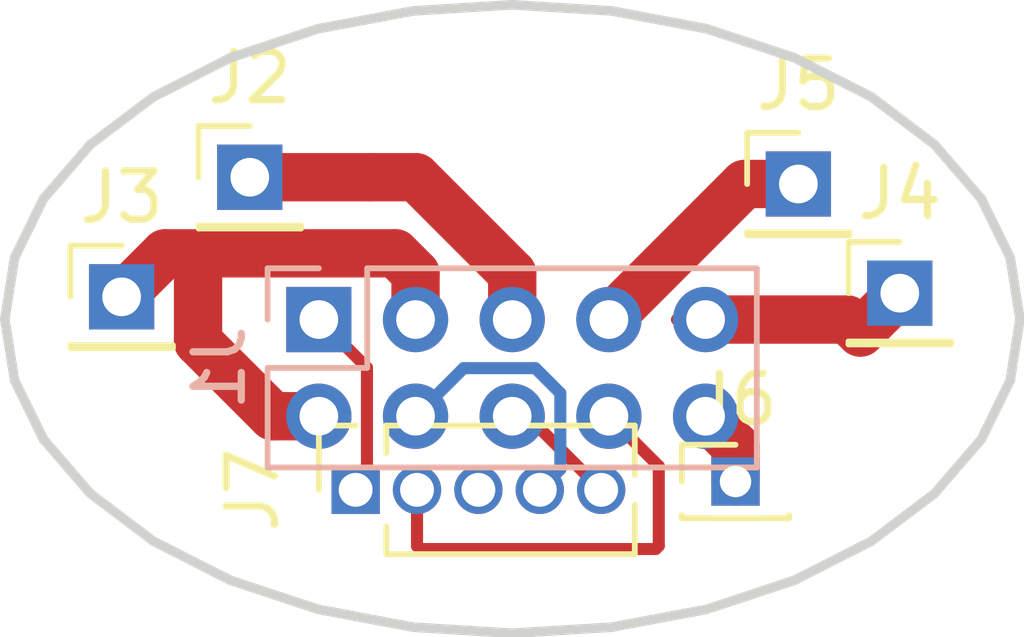
<source format=kicad_pcb>
(kicad_pcb (version 20171130) (host pcbnew 5.1.7-a382d34a88~90~ubuntu20.04.1)

  (general
    (thickness 1.6)
    (drawings 128)
    (tracks 38)
    (zones 0)
    (modules 7)
    (nets 11)
  )

  (page A4)
  (layers
    (0 F.Cu signal)
    (31 B.Cu signal)
    (32 B.Adhes user hide)
    (33 F.Adhes user hide)
    (34 B.Paste user hide)
    (35 F.Paste user hide)
    (36 B.SilkS user hide)
    (37 F.SilkS user hide)
    (38 B.Mask user hide)
    (39 F.Mask user hide)
    (40 Dwgs.User user hide)
    (41 Cmts.User user hide)
    (42 Eco1.User user hide)
    (43 Eco2.User user hide)
    (44 Edge.Cuts user)
    (45 Margin user hide)
    (46 B.CrtYd user hide)
    (47 F.CrtYd user hide)
    (48 B.Fab user hide)
    (49 F.Fab user hide)
  )

  (setup
    (last_trace_width 0.25)
    (user_trace_width 0.4)
    (user_trace_width 0.8)
    (user_trace_width 1)
    (user_trace_width 2)
    (trace_clearance 0.195)
    (zone_clearance 0.508)
    (zone_45_only no)
    (trace_min 0.2)
    (via_size 0.8)
    (via_drill 0.4)
    (via_min_size 0.4)
    (via_min_drill 0.3)
    (user_via 1 0.5)
    (user_via 1.2 0.6)
    (user_via 1.5 0.75)
    (uvia_size 0.3)
    (uvia_drill 0.1)
    (uvias_allowed no)
    (uvia_min_size 0.2)
    (uvia_min_drill 0.1)
    (edge_width 0.05)
    (segment_width 0.2)
    (pcb_text_width 0.3)
    (pcb_text_size 1.5 1.5)
    (mod_edge_width 0.12)
    (mod_text_size 1 1)
    (mod_text_width 0.15)
    (pad_size 1.524 1.524)
    (pad_drill 0.762)
    (pad_to_mask_clearance 0.05)
    (aux_axis_origin 0 0)
    (visible_elements FFFFFF7F)
    (pcbplotparams
      (layerselection 0x010fc_ffffffff)
      (usegerberextensions false)
      (usegerberattributes true)
      (usegerberadvancedattributes true)
      (creategerberjobfile true)
      (excludeedgelayer true)
      (linewidth 0.100000)
      (plotframeref false)
      (viasonmask false)
      (mode 1)
      (useauxorigin false)
      (hpglpennumber 1)
      (hpglpenspeed 20)
      (hpglpendiameter 15.000000)
      (psnegative false)
      (psa4output false)
      (plotreference true)
      (plotvalue true)
      (plotinvisibletext false)
      (padsonsilk false)
      (subtractmaskfromsilk false)
      (outputformat 1)
      (mirror false)
      (drillshape 1)
      (scaleselection 1)
      (outputdirectory ""))
  )

  (net 0 "")
  (net 1 GND)
  (net 2 /SDA)
  (net 3 /SCL)
  (net 4 +3V3)
  (net 5 "Net-(J1-Pad7)")
  (net 6 "Net-(J1-Pad5)")
  (net 7 /+12V)
  (net 8 "Net-(J1-Pad2)")
  (net 9 "Net-(J7-Pad3)")
  (net 10 "Net-(J1-Pad9)")

  (net_class Default "This is the default net class."
    (clearance 0.195)
    (trace_width 0.25)
    (via_dia 0.8)
    (via_drill 0.4)
    (uvia_dia 0.3)
    (uvia_drill 0.1)
    (add_net +3V3)
    (add_net /+12V)
    (add_net /SCL)
    (add_net /SDA)
    (add_net GND)
    (add_net "Net-(J1-Pad2)")
    (add_net "Net-(J1-Pad5)")
    (add_net "Net-(J1-Pad7)")
    (add_net "Net-(J1-Pad9)")
    (add_net "Net-(J7-Pad3)")
  )

  (module Connector_PinSocket_1.27mm:PinSocket_1x05_P1.27mm_Vertical (layer F.Cu) (tedit 5A19A421) (tstamp 61F9F1C7)
    (at 152.14854 110.6297 90)
    (descr "Through hole straight socket strip, 1x05, 1.27mm pitch, single row (from Kicad 4.0.7), script generated")
    (tags "Through hole socket strip THT 1x05 1.27mm single row")
    (path /61FA7A80)
    (fp_text reference J7 (at 0 -2.135 90) (layer F.SilkS)
      (effects (font (size 1 1) (thickness 0.15)))
    )
    (fp_text value Conn_01x05 (at 0 7.215 90) (layer F.Fab)
      (effects (font (size 1 1) (thickness 0.15)))
    )
    (fp_line (start -1.27 -0.635) (end 0.635 -0.635) (layer F.Fab) (width 0.1))
    (fp_line (start 0.635 -0.635) (end 1.27 0) (layer F.Fab) (width 0.1))
    (fp_line (start 1.27 0) (end 1.27 5.715) (layer F.Fab) (width 0.1))
    (fp_line (start 1.27 5.715) (end -1.27 5.715) (layer F.Fab) (width 0.1))
    (fp_line (start -1.27 5.715) (end -1.27 -0.635) (layer F.Fab) (width 0.1))
    (fp_line (start -1.33 0.635) (end -0.76 0.635) (layer F.SilkS) (width 0.12))
    (fp_line (start 0.76 0.635) (end 1.33 0.635) (layer F.SilkS) (width 0.12))
    (fp_line (start -1.33 0.635) (end -1.33 5.775) (layer F.SilkS) (width 0.12))
    (fp_line (start -1.33 5.775) (end -0.30753 5.775) (layer F.SilkS) (width 0.12))
    (fp_line (start 0.30753 5.775) (end 1.33 5.775) (layer F.SilkS) (width 0.12))
    (fp_line (start 1.33 0.635) (end 1.33 5.775) (layer F.SilkS) (width 0.12))
    (fp_line (start 1.33 -0.76) (end 1.33 0) (layer F.SilkS) (width 0.12))
    (fp_line (start 0 -0.76) (end 1.33 -0.76) (layer F.SilkS) (width 0.12))
    (fp_line (start -1.8 -1.15) (end 1.75 -1.15) (layer F.CrtYd) (width 0.05))
    (fp_line (start 1.75 -1.15) (end 1.75 6.2) (layer F.CrtYd) (width 0.05))
    (fp_line (start 1.75 6.2) (end -1.8 6.2) (layer F.CrtYd) (width 0.05))
    (fp_line (start -1.8 6.2) (end -1.8 -1.15) (layer F.CrtYd) (width 0.05))
    (fp_text user %R (at 0 2.54) (layer F.Fab)
      (effects (font (size 1 1) (thickness 0.15)))
    )
    (pad 5 thru_hole oval (at 0 5.08 90) (size 1 1) (drill 0.7) (layers *.Cu *.Mask)
      (net 3 /SCL))
    (pad 4 thru_hole oval (at 0 3.81 90) (size 1 1) (drill 0.7) (layers *.Cu *.Mask)
      (net 2 /SDA))
    (pad 3 thru_hole oval (at 0 2.54 90) (size 1 1) (drill 0.7) (layers *.Cu *.Mask)
      (net 9 "Net-(J7-Pad3)"))
    (pad 2 thru_hole oval (at 0 1.27 90) (size 1 1) (drill 0.7) (layers *.Cu *.Mask)
      (net 4 +3V3))
    (pad 1 thru_hole rect (at 0 0 90) (size 1 1) (drill 0.7) (layers *.Cu *.Mask)
      (net 1 GND))
    (model ${KISYS3DMOD}/Connector_PinSocket_1.27mm.3dshapes/PinSocket_1x05_P1.27mm_Vertical.wrl
      (at (xyz 0 0 0))
      (scale (xyz 1 1 1))
      (rotate (xyz 0 0 0))
    )
  )

  (module Connector_PinHeader_1.27mm:PinHeader_1x01_P1.27mm_Vertical (layer F.Cu) (tedit 59FED6E3) (tstamp 60675D7F)
    (at 160.0073 110.45698)
    (descr "Through hole straight pin header, 1x01, 1.27mm pitch, single row")
    (tags "Through hole pin header THT 1x01 1.27mm single row")
    (path /60677AD6)
    (fp_text reference J6 (at 0 -1.695) (layer F.SilkS)
      (effects (font (size 1 1) (thickness 0.15)))
    )
    (fp_text value Conn_01x01 (at 0 1.695) (layer F.Fab)
      (effects (font (size 1 1) (thickness 0.15)))
    )
    (fp_line (start -0.525 -0.635) (end 1.05 -0.635) (layer F.Fab) (width 0.1))
    (fp_line (start 1.05 -0.635) (end 1.05 0.635) (layer F.Fab) (width 0.1))
    (fp_line (start 1.05 0.635) (end -1.05 0.635) (layer F.Fab) (width 0.1))
    (fp_line (start -1.05 0.635) (end -1.05 -0.11) (layer F.Fab) (width 0.1))
    (fp_line (start -1.05 -0.11) (end -0.525 -0.635) (layer F.Fab) (width 0.1))
    (fp_line (start -1.11 0.76) (end 1.11 0.76) (layer F.SilkS) (width 0.12))
    (fp_line (start -1.11 0.76) (end -1.11 0.695) (layer F.SilkS) (width 0.12))
    (fp_line (start 1.11 0.76) (end 1.11 0.695) (layer F.SilkS) (width 0.12))
    (fp_line (start -1.11 0.76) (end -0.563471 0.76) (layer F.SilkS) (width 0.12))
    (fp_line (start 0.563471 0.76) (end 1.11 0.76) (layer F.SilkS) (width 0.12))
    (fp_line (start -1.11 0) (end -1.11 -0.76) (layer F.SilkS) (width 0.12))
    (fp_line (start -1.11 -0.76) (end 0 -0.76) (layer F.SilkS) (width 0.12))
    (fp_line (start -1.55 -1.15) (end -1.55 1.15) (layer F.CrtYd) (width 0.05))
    (fp_line (start -1.55 1.15) (end 1.55 1.15) (layer F.CrtYd) (width 0.05))
    (fp_line (start 1.55 1.15) (end 1.55 -1.15) (layer F.CrtYd) (width 0.05))
    (fp_line (start 1.55 -1.15) (end -1.55 -1.15) (layer F.CrtYd) (width 0.05))
    (fp_text user %R (at 0 0 90) (layer F.Fab)
      (effects (font (size 1 1) (thickness 0.15)))
    )
    (pad 1 thru_hole rect (at 0 0) (size 1 1) (drill 0.65) (layers *.Cu *.Mask)
      (net 7 /+12V))
    (model ${KISYS3DMOD}/Connector_PinHeader_1.27mm.3dshapes/PinHeader_1x01_P1.27mm_Vertical.wrl
      (at (xyz 0 0 0))
      (scale (xyz 1 1 1))
      (rotate (xyz 0 0 0))
    )
  )

  (module Connector_PinHeader_2.00mm:PinHeader_2x05_P2.00mm_Vertical (layer B.Cu) (tedit 59FED667) (tstamp 6066E883)
    (at 151.38806 107.10672 270)
    (descr "Through hole straight pin header, 2x05, 2.00mm pitch, double rows")
    (tags "Through hole pin header THT 2x05 2.00mm double row")
    (path /60669BB9)
    (fp_text reference J1 (at 1 2.06 270) (layer B.SilkS)
      (effects (font (size 1 1) (thickness 0.15)) (justify mirror))
    )
    (fp_text value Conn_02x05_Counter_Clockwise (at 1 -10.06 270) (layer B.Fab)
      (effects (font (size 1 1) (thickness 0.15)) (justify mirror))
    )
    (fp_line (start 0 1) (end 3 1) (layer B.Fab) (width 0.1))
    (fp_line (start 3 1) (end 3 -9) (layer B.Fab) (width 0.1))
    (fp_line (start 3 -9) (end -1 -9) (layer B.Fab) (width 0.1))
    (fp_line (start -1 -9) (end -1 0) (layer B.Fab) (width 0.1))
    (fp_line (start -1 0) (end 0 1) (layer B.Fab) (width 0.1))
    (fp_line (start -1.06 -9.06) (end 3.06 -9.06) (layer B.SilkS) (width 0.12))
    (fp_line (start -1.06 -1) (end -1.06 -9.06) (layer B.SilkS) (width 0.12))
    (fp_line (start 3.06 1.06) (end 3.06 -9.06) (layer B.SilkS) (width 0.12))
    (fp_line (start -1.06 -1) (end 1 -1) (layer B.SilkS) (width 0.12))
    (fp_line (start 1 -1) (end 1 1.06) (layer B.SilkS) (width 0.12))
    (fp_line (start 1 1.06) (end 3.06 1.06) (layer B.SilkS) (width 0.12))
    (fp_line (start -1.06 0) (end -1.06 1.06) (layer B.SilkS) (width 0.12))
    (fp_line (start -1.06 1.06) (end 0 1.06) (layer B.SilkS) (width 0.12))
    (fp_line (start -1.5 1.5) (end -1.5 -9.5) (layer B.CrtYd) (width 0.05))
    (fp_line (start -1.5 -9.5) (end 3.5 -9.5) (layer B.CrtYd) (width 0.05))
    (fp_line (start 3.5 -9.5) (end 3.5 1.5) (layer B.CrtYd) (width 0.05))
    (fp_line (start 3.5 1.5) (end -1.5 1.5) (layer B.CrtYd) (width 0.05))
    (fp_text user %R (at 1 -4) (layer B.Fab)
      (effects (font (size 1 1) (thickness 0.15)) (justify mirror))
    )
    (pad 10 thru_hole oval (at 2 -8 270) (size 1.35 1.35) (drill 0.8) (layers *.Cu *.Mask)
      (net 7 /+12V))
    (pad 9 thru_hole oval (at 0 -8 270) (size 1.35 1.35) (drill 0.8) (layers *.Cu *.Mask)
      (net 10 "Net-(J1-Pad9)"))
    (pad 8 thru_hole oval (at 2 -6 270) (size 1.35 1.35) (drill 0.8) (layers *.Cu *.Mask)
      (net 4 +3V3))
    (pad 7 thru_hole oval (at 0 -6 270) (size 1.35 1.35) (drill 0.8) (layers *.Cu *.Mask)
      (net 5 "Net-(J1-Pad7)"))
    (pad 6 thru_hole oval (at 2 -4 270) (size 1.35 1.35) (drill 0.8) (layers *.Cu *.Mask)
      (net 3 /SCL))
    (pad 5 thru_hole oval (at 0 -4 270) (size 1.35 1.35) (drill 0.8) (layers *.Cu *.Mask)
      (net 6 "Net-(J1-Pad5)"))
    (pad 4 thru_hole oval (at 2 -2 270) (size 1.35 1.35) (drill 0.8) (layers *.Cu *.Mask)
      (net 2 /SDA))
    (pad 3 thru_hole oval (at 0 -2 270) (size 1.35 1.35) (drill 0.8) (layers *.Cu *.Mask)
      (net 8 "Net-(J1-Pad2)"))
    (pad 2 thru_hole oval (at 2 0 270) (size 1.35 1.35) (drill 0.8) (layers *.Cu *.Mask)
      (net 8 "Net-(J1-Pad2)"))
    (pad 1 thru_hole rect (at 0 0 270) (size 1.35 1.35) (drill 0.8) (layers *.Cu *.Mask)
      (net 1 GND))
    (model ${KISYS3DMOD}/Connector_PinHeader_2.00mm.3dshapes/PinHeader_2x05_P2.00mm_Vertical.wrl
      (at (xyz 0 0 0))
      (scale (xyz 1 1 1))
      (rotate (xyz 0 0 0))
    )
  )

  (module Connector_PinHeader_2.00mm:PinHeader_1x01_P2.00mm_Vertical (layer F.Cu) (tedit 59FED667) (tstamp 60675D6A)
    (at 161.30778 104.30256)
    (descr "Through hole straight pin header, 1x01, 2.00mm pitch, single row")
    (tags "Through hole pin header THT 1x01 2.00mm single row")
    (path /60678DD4)
    (fp_text reference J5 (at 0 -2.06) (layer F.SilkS)
      (effects (font (size 1 1) (thickness 0.15)))
    )
    (fp_text value Conn_01x01 (at 0 2.06) (layer F.Fab)
      (effects (font (size 1 1) (thickness 0.15)))
    )
    (fp_line (start 1.5 -1.5) (end -1.5 -1.5) (layer F.CrtYd) (width 0.05))
    (fp_line (start 1.5 1.5) (end 1.5 -1.5) (layer F.CrtYd) (width 0.05))
    (fp_line (start -1.5 1.5) (end 1.5 1.5) (layer F.CrtYd) (width 0.05))
    (fp_line (start -1.5 -1.5) (end -1.5 1.5) (layer F.CrtYd) (width 0.05))
    (fp_line (start -1.06 -1.06) (end 0 -1.06) (layer F.SilkS) (width 0.12))
    (fp_line (start -1.06 0) (end -1.06 -1.06) (layer F.SilkS) (width 0.12))
    (fp_line (start -1.06 1) (end 1.06 1) (layer F.SilkS) (width 0.12))
    (fp_line (start 1.06 1) (end 1.06 1.06) (layer F.SilkS) (width 0.12))
    (fp_line (start -1.06 1) (end -1.06 1.06) (layer F.SilkS) (width 0.12))
    (fp_line (start -1.06 1.06) (end 1.06 1.06) (layer F.SilkS) (width 0.12))
    (fp_line (start -1 -0.5) (end -0.5 -1) (layer F.Fab) (width 0.1))
    (fp_line (start -1 1) (end -1 -0.5) (layer F.Fab) (width 0.1))
    (fp_line (start 1 1) (end -1 1) (layer F.Fab) (width 0.1))
    (fp_line (start 1 -1) (end 1 1) (layer F.Fab) (width 0.1))
    (fp_line (start -0.5 -1) (end 1 -1) (layer F.Fab) (width 0.1))
    (fp_text user %R (at 0 0 90) (layer F.Fab)
      (effects (font (size 1 1) (thickness 0.15)))
    )
    (pad 1 thru_hole rect (at 0 0) (size 1.35 1.35) (drill 0.8) (layers *.Cu *.Mask)
      (net 5 "Net-(J1-Pad7)"))
    (model ${KISYS3DMOD}/Connector_PinHeader_2.00mm.3dshapes/PinHeader_1x01_P2.00mm_Vertical.wrl
      (at (xyz 0 0 0))
      (scale (xyz 1 1 1))
      (rotate (xyz 0 0 0))
    )
  )

  (module Connector_PinHeader_2.00mm:PinHeader_1x01_P2.00mm_Vertical (layer F.Cu) (tedit 59FED667) (tstamp 60675D55)
    (at 163.40582 106.56062)
    (descr "Through hole straight pin header, 1x01, 2.00mm pitch, single row")
    (tags "Through hole pin header THT 1x01 2.00mm single row")
    (path /60677ECD)
    (fp_text reference J4 (at 0 -2.06) (layer F.SilkS)
      (effects (font (size 1 1) (thickness 0.15)))
    )
    (fp_text value Conn_01x01 (at 0 2.06) (layer F.Fab)
      (effects (font (size 1 1) (thickness 0.15)))
    )
    (fp_line (start 1.5 -1.5) (end -1.5 -1.5) (layer F.CrtYd) (width 0.05))
    (fp_line (start 1.5 1.5) (end 1.5 -1.5) (layer F.CrtYd) (width 0.05))
    (fp_line (start -1.5 1.5) (end 1.5 1.5) (layer F.CrtYd) (width 0.05))
    (fp_line (start -1.5 -1.5) (end -1.5 1.5) (layer F.CrtYd) (width 0.05))
    (fp_line (start -1.06 -1.06) (end 0 -1.06) (layer F.SilkS) (width 0.12))
    (fp_line (start -1.06 0) (end -1.06 -1.06) (layer F.SilkS) (width 0.12))
    (fp_line (start -1.06 1) (end 1.06 1) (layer F.SilkS) (width 0.12))
    (fp_line (start 1.06 1) (end 1.06 1.06) (layer F.SilkS) (width 0.12))
    (fp_line (start -1.06 1) (end -1.06 1.06) (layer F.SilkS) (width 0.12))
    (fp_line (start -1.06 1.06) (end 1.06 1.06) (layer F.SilkS) (width 0.12))
    (fp_line (start -1 -0.5) (end -0.5 -1) (layer F.Fab) (width 0.1))
    (fp_line (start -1 1) (end -1 -0.5) (layer F.Fab) (width 0.1))
    (fp_line (start 1 1) (end -1 1) (layer F.Fab) (width 0.1))
    (fp_line (start 1 -1) (end 1 1) (layer F.Fab) (width 0.1))
    (fp_line (start -0.5 -1) (end 1 -1) (layer F.Fab) (width 0.1))
    (fp_text user %R (at 0 0 90) (layer F.Fab)
      (effects (font (size 1 1) (thickness 0.15)))
    )
    (pad 1 thru_hole rect (at 0 0) (size 1.35 1.35) (drill 0.8) (layers *.Cu *.Mask)
      (net 10 "Net-(J1-Pad9)"))
    (model ${KISYS3DMOD}/Connector_PinHeader_2.00mm.3dshapes/PinHeader_1x01_P2.00mm_Vertical.wrl
      (at (xyz 0 0 0))
      (scale (xyz 1 1 1))
      (rotate (xyz 0 0 0))
    )
  )

  (module Connector_PinHeader_2.00mm:PinHeader_1x01_P2.00mm_Vertical (layer F.Cu) (tedit 59FED667) (tstamp 60675D40)
    (at 147.3073 106.63682)
    (descr "Through hole straight pin header, 1x01, 2.00mm pitch, single row")
    (tags "Through hole pin header THT 1x01 2.00mm single row")
    (path /606791C9)
    (fp_text reference J3 (at 0 -2.06) (layer F.SilkS)
      (effects (font (size 1 1) (thickness 0.15)))
    )
    (fp_text value Conn_01x01 (at 0 2.06) (layer F.Fab)
      (effects (font (size 1 1) (thickness 0.15)))
    )
    (fp_line (start 1.5 -1.5) (end -1.5 -1.5) (layer F.CrtYd) (width 0.05))
    (fp_line (start 1.5 1.5) (end 1.5 -1.5) (layer F.CrtYd) (width 0.05))
    (fp_line (start -1.5 1.5) (end 1.5 1.5) (layer F.CrtYd) (width 0.05))
    (fp_line (start -1.5 -1.5) (end -1.5 1.5) (layer F.CrtYd) (width 0.05))
    (fp_line (start -1.06 -1.06) (end 0 -1.06) (layer F.SilkS) (width 0.12))
    (fp_line (start -1.06 0) (end -1.06 -1.06) (layer F.SilkS) (width 0.12))
    (fp_line (start -1.06 1) (end 1.06 1) (layer F.SilkS) (width 0.12))
    (fp_line (start 1.06 1) (end 1.06 1.06) (layer F.SilkS) (width 0.12))
    (fp_line (start -1.06 1) (end -1.06 1.06) (layer F.SilkS) (width 0.12))
    (fp_line (start -1.06 1.06) (end 1.06 1.06) (layer F.SilkS) (width 0.12))
    (fp_line (start -1 -0.5) (end -0.5 -1) (layer F.Fab) (width 0.1))
    (fp_line (start -1 1) (end -1 -0.5) (layer F.Fab) (width 0.1))
    (fp_line (start 1 1) (end -1 1) (layer F.Fab) (width 0.1))
    (fp_line (start 1 -1) (end 1 1) (layer F.Fab) (width 0.1))
    (fp_line (start -0.5 -1) (end 1 -1) (layer F.Fab) (width 0.1))
    (fp_text user %R (at 0 0 90) (layer F.Fab)
      (effects (font (size 1 1) (thickness 0.15)))
    )
    (pad 1 thru_hole rect (at 0 0) (size 1.35 1.35) (drill 0.8) (layers *.Cu *.Mask)
      (net 8 "Net-(J1-Pad2)"))
    (model ${KISYS3DMOD}/Connector_PinHeader_2.00mm.3dshapes/PinHeader_1x01_P2.00mm_Vertical.wrl
      (at (xyz 0 0 0))
      (scale (xyz 1 1 1))
      (rotate (xyz 0 0 0))
    )
  )

  (module Connector_PinHeader_2.00mm:PinHeader_1x01_P2.00mm_Vertical (layer F.Cu) (tedit 59FED667) (tstamp 60675D2B)
    (at 149.95906 104.16286)
    (descr "Through hole straight pin header, 1x01, 2.00mm pitch, single row")
    (tags "Through hole pin header THT 1x01 2.00mm single row")
    (path /6067975F)
    (fp_text reference J2 (at 0 -2.06) (layer F.SilkS)
      (effects (font (size 1 1) (thickness 0.15)))
    )
    (fp_text value Conn_01x01 (at 0 2.06) (layer F.Fab)
      (effects (font (size 1 1) (thickness 0.15)))
    )
    (fp_line (start 1.5 -1.5) (end -1.5 -1.5) (layer F.CrtYd) (width 0.05))
    (fp_line (start 1.5 1.5) (end 1.5 -1.5) (layer F.CrtYd) (width 0.05))
    (fp_line (start -1.5 1.5) (end 1.5 1.5) (layer F.CrtYd) (width 0.05))
    (fp_line (start -1.5 -1.5) (end -1.5 1.5) (layer F.CrtYd) (width 0.05))
    (fp_line (start -1.06 -1.06) (end 0 -1.06) (layer F.SilkS) (width 0.12))
    (fp_line (start -1.06 0) (end -1.06 -1.06) (layer F.SilkS) (width 0.12))
    (fp_line (start -1.06 1) (end 1.06 1) (layer F.SilkS) (width 0.12))
    (fp_line (start 1.06 1) (end 1.06 1.06) (layer F.SilkS) (width 0.12))
    (fp_line (start -1.06 1) (end -1.06 1.06) (layer F.SilkS) (width 0.12))
    (fp_line (start -1.06 1.06) (end 1.06 1.06) (layer F.SilkS) (width 0.12))
    (fp_line (start -1 -0.5) (end -0.5 -1) (layer F.Fab) (width 0.1))
    (fp_line (start -1 1) (end -1 -0.5) (layer F.Fab) (width 0.1))
    (fp_line (start 1 1) (end -1 1) (layer F.Fab) (width 0.1))
    (fp_line (start 1 -1) (end 1 1) (layer F.Fab) (width 0.1))
    (fp_line (start -0.5 -1) (end 1 -1) (layer F.Fab) (width 0.1))
    (fp_text user %R (at 0 0 90) (layer F.Fab)
      (effects (font (size 1 1) (thickness 0.15)))
    )
    (pad 1 thru_hole rect (at 0 0) (size 1.35 1.35) (drill 0.8) (layers *.Cu *.Mask)
      (net 6 "Net-(J1-Pad5)"))
    (model ${KISYS3DMOD}/Connector_PinHeader_2.00mm.3dshapes/PinHeader_1x01_P2.00mm_Vertical.wrl
      (at (xyz 0 0 0))
      (scale (xyz 1 1 1))
      (rotate (xyz 0 0 0))
    )
  )

  (gr_line (start 151.297817 109.090401) (end 151.457817 109.090401) (layer Dwgs.User) (width 0.2))
  (gr_line (start 162.802438 102.499864) (end 161.211304 101.691506) (layer Dwgs.User) (width 0.2))
  (gr_line (start 155.377817 113.596058) (end 157.426265 113.471162) (layer Dwgs.User) (width 0.2))
  (gr_line (start 147.953196 111.692252) (end 149.54433 112.50061) (layer Dwgs.User) (width 0.2))
  (gr_line (start 151.297817 107.090402) (end 151.297817 107.240401) (layer Dwgs.User) (width 0.2))
  (gr_line (start 149.54433 112.50061) (end 151.359641 113.101274) (layer Dwgs.User) (width 0.2))
  (gr_line (start 151.359641 113.101274) (end 153.329369 113.471162) (layer Dwgs.User) (width 0.2))
  (gr_line (start 159.297817 107.240401) (end 159.457817 107.240401) (layer Dwgs.User) (width 0.2))
  (gr_line (start 155.297817 109.090401) (end 155.297817 109.240401) (layer Dwgs.User) (width 0.2))
  (gr_line (start 144.877817 107.096058) (end 145.079572 108.364145) (layer Dwgs.User) (width 0.2))
  (gr_line (start 153.572821 110.58542) (end 153.372821 110.58542) (layer Dwgs.User) (width 0.2))
  (gr_line (start 157.297817 109.090401) (end 157.457817 109.090401) (layer Dwgs.User) (width 0.2))
  (gr_line (start 153.572821 110.67542) (end 153.572821 110.58542) (layer Dwgs.User) (width 0.2))
  (gr_line (start 157.38282 110.58542) (end 157.18282 110.58542) (layer Dwgs.User) (width 0.2))
  (gr_line (start 164.108247 103.484852) (end 162.802438 102.499864) (layer Dwgs.User) (width 0.2))
  (gr_line (start 153.372821 110.67542) (end 153.572821 110.67542) (layer Dwgs.User) (width 0.2))
  (gr_line (start 153.372821 110.58542) (end 153.372821 110.67542) (layer Dwgs.User) (width 0.2))
  (gr_line (start 159.457817 109.240401) (end 159.457817 109.090401) (layer Dwgs.User) (width 0.2))
  (gr_line (start 153.297817 109.090401) (end 153.457817 109.090401) (layer Dwgs.User) (width 0.2))
  (gr_line (start 151.297817 109.090401) (end 151.297817 109.240401) (layer Dwgs.User) (width 0.2))
  (gr_line (start 165.676062 108.364145) (end 165.877817 107.096058) (layer Dwgs.User) (width 0.2))
  (gr_line (start 159.297817 107.090402) (end 159.297817 107.240401) (layer Dwgs.User) (width 0.2))
  (gr_line (start 159.297817 107.090402) (end 159.457817 107.090402) (layer Dwgs.User) (width 0.2))
  (gr_line (start 161.211304 112.50061) (end 162.802438 111.692252) (layer Dwgs.User) (width 0.2))
  (gr_line (start 152.302821 110.58542) (end 152.102821 110.58542) (layer Dwgs.User) (width 0.2))
  (gr_line (start 151.297817 109.240401) (end 151.457818 109.240401) (layer Dwgs.User) (width 0.2))
  (gr_line (start 153.297817 109.240401) (end 153.457818 109.240401) (layer Dwgs.User) (width 0.2))
  (gr_line (start 151.457818 107.240401) (end 151.457817 107.090402) (layer Dwgs.User) (width 0.2))
  (gr_line (start 157.297817 109.090401) (end 157.297817 109.240401) (layer Dwgs.User) (width 0.2))
  (gr_line (start 159.457817 107.240401) (end 159.457817 107.090402) (layer Dwgs.User) (width 0.2))
  (gr_line (start 159.395993 101.090842) (end 157.426265 100.720954) (layer Dwgs.User) (width 0.2))
  (gr_line (start 159.297817 109.240401) (end 159.457817 109.240401) (layer Dwgs.User) (width 0.2))
  (gr_line (start 154.642821 110.58542) (end 154.642821 110.67542) (layer Dwgs.User) (width 0.2))
  (gr_line (start 165.676062 105.827971) (end 165.078552 104.608616) (layer Dwgs.User) (width 0.2))
  (gr_line (start 156.11282 110.58542) (end 155.91282 110.58542) (layer Dwgs.User) (width 0.2))
  (gr_line (start 153.297817 107.240401) (end 153.457818 107.240401) (layer Dwgs.User) (width 0.2))
  (gr_line (start 153.329369 113.471162) (end 155.377817 113.596058) (layer Dwgs.User) (width 0.2))
  (gr_line (start 156.11282 110.67542) (end 156.11282 110.58542) (layer Dwgs.User) (width 0.2))
  (gr_line (start 155.297817 107.240401) (end 155.457817 107.240401) (layer Dwgs.User) (width 0.2))
  (gr_line (start 155.91282 110.67542) (end 156.11282 110.67542) (layer Dwgs.User) (width 0.2))
  (gr_line (start 155.91282 110.58542) (end 155.91282 110.67542) (layer Dwgs.User) (width 0.2))
  (gr_line (start 159.297817 109.090401) (end 159.457817 109.090401) (layer Dwgs.User) (width 0.2))
  (gr_line (start 151.297817 107.090402) (end 151.457817 107.090402) (layer Dwgs.User) (width 0.2))
  (gr_line (start 152.102821 110.58542) (end 152.102821 110.67542) (layer Dwgs.User) (width 0.2))
  (gr_line (start 154.842821 110.58542) (end 154.642821 110.58542) (layer Dwgs.User) (width 0.2))
  (gr_line (start 154.842821 110.67542) (end 154.842821 110.58542) (layer Dwgs.User) (width 0.2))
  (gr_line (start 157.457817 109.240401) (end 157.457817 109.090401) (layer Dwgs.User) (width 0.2))
  (gr_line (start 152.302821 110.67542) (end 152.302821 110.58542) (layer Dwgs.User) (width 0.2))
  (gr_line (start 155.297817 109.090401) (end 155.457817 109.090401) (layer Dwgs.User) (width 0.2))
  (gr_line (start 154.642821 110.67542) (end 154.842821 110.67542) (layer Dwgs.User) (width 0.2))
  (gr_line (start 153.457818 107.240401) (end 153.457817 107.090402) (layer Dwgs.User) (width 0.2))
  (gr_line (start 157.18282 110.58542) (end 157.18282 110.67542) (layer Dwgs.User) (width 0.2))
  (gr_line (start 151.297817 107.240401) (end 151.457818 107.240401) (layer Dwgs.User) (width 0.2))
  (gr_line (start 145.677082 109.5835) (end 146.647387 110.707264) (layer Dwgs.User) (width 0.2))
  (gr_line (start 157.297817 107.090402) (end 157.297817 107.240401) (layer Dwgs.User) (width 0.2))
  (gr_line (start 157.297817 107.090402) (end 157.457817 107.090402) (layer Dwgs.User) (width 0.2))
  (gr_line (start 157.457817 107.240401) (end 157.457817 107.090402) (layer Dwgs.User) (width 0.2))
  (gr_line (start 145.677082 104.608616) (end 145.079572 105.827971) (layer Dwgs.User) (width 0.2))
  (gr_line (start 157.426265 113.471162) (end 159.395993 113.101274) (layer Dwgs.User) (width 0.2))
  (gr_line (start 153.297817 107.090402) (end 153.297817 107.240401) (layer Dwgs.User) (width 0.2))
  (gr_line (start 161.211304 101.691506) (end 159.395993 101.090842) (layer Dwgs.User) (width 0.2))
  (gr_line (start 157.297817 107.240401) (end 157.457817 107.240401) (layer Dwgs.User) (width 0.2))
  (gr_line (start 155.297817 107.090402) (end 155.297817 107.240401) (layer Dwgs.User) (width 0.2))
  (gr_line (start 153.457818 109.240401) (end 153.457817 109.090401) (layer Dwgs.User) (width 0.2))
  (gr_line (start 155.297817 107.090402) (end 155.457817 107.090402) (layer Dwgs.User) (width 0.2))
  (gr_line (start 152.102821 110.67542) (end 152.302821 110.67542) (layer Dwgs.User) (width 0.2))
  (gr_line (start 155.457817 107.240401) (end 155.457817 107.090402) (layer Dwgs.User) (width 0.2))
  (gr_line (start 146.647387 110.707264) (end 147.953196 111.692252) (layer Dwgs.User) (width 0.2))
  (gr_line (start 151.457818 109.240401) (end 151.457817 109.090401) (layer Dwgs.User) (width 0.2))
  (gr_line (start 145.079572 105.827971) (end 144.877817 107.096058) (layer Dwgs.User) (width 0.2))
  (gr_line (start 155.377817 100.596058) (end 153.329369 100.720954) (layer Dwgs.User) (width 0.2))
  (gr_line (start 157.297817 109.240401) (end 157.457817 109.240401) (layer Dwgs.User) (width 0.2))
  (gr_line (start 153.329369 100.720954) (end 151.359641 101.090842) (layer Dwgs.User) (width 0.2))
  (gr_line (start 155.457817 109.240401) (end 155.457817 109.090401) (layer Dwgs.User) (width 0.2))
  (gr_line (start 145.079572 108.364145) (end 145.677082 109.5835) (layer Dwgs.User) (width 0.2))
  (gr_line (start 153.297817 109.090401) (end 153.297817 109.240401) (layer Dwgs.User) (width 0.2))
  (gr_line (start 159.297817 109.090401) (end 159.297817 109.240401) (layer Dwgs.User) (width 0.2))
  (gr_line (start 157.38282 110.67542) (end 157.38282 110.58542) (layer Dwgs.User) (width 0.2))
  (gr_line (start 157.18282 110.67542) (end 157.38282 110.67542) (layer Dwgs.User) (width 0.2))
  (gr_line (start 151.359641 101.090842) (end 149.54433 101.691506) (layer Dwgs.User) (width 0.2))
  (gr_line (start 165.078552 104.608616) (end 164.108247 103.484852) (layer Dwgs.User) (width 0.2))
  (gr_line (start 164.108247 110.707264) (end 165.078552 109.5835) (layer Dwgs.User) (width 0.2))
  (gr_line (start 157.426265 100.720954) (end 155.377817 100.596058) (layer Dwgs.User) (width 0.2))
  (gr_line (start 158.45282 110.58542) (end 158.45282 110.67542) (layer Dwgs.User) (width 0.2))
  (gr_line (start 149.54433 101.691506) (end 147.953196 102.499864) (layer Dwgs.User) (width 0.2))
  (gr_line (start 147.953196 102.499864) (end 146.647387 103.484852) (layer Dwgs.User) (width 0.2))
  (gr_line (start 165.877817 107.096058) (end 165.676062 105.827971) (layer Dwgs.User) (width 0.2))
  (gr_line (start 162.802438 111.692252) (end 164.108247 110.707264) (layer Dwgs.User) (width 0.2))
  (gr_line (start 158.65282 110.67542) (end 158.65282 110.58542) (layer Dwgs.User) (width 0.2))
  (gr_line (start 165.078552 109.5835) (end 165.676062 108.364145) (layer Dwgs.User) (width 0.2))
  (gr_line (start 146.647387 103.484852) (end 145.677082 104.608616) (layer Dwgs.User) (width 0.2))
  (gr_line (start 153.297817 107.090402) (end 153.457817 107.090402) (layer Dwgs.User) (width 0.2))
  (gr_line (start 159.395993 113.101274) (end 161.211304 112.50061) (layer Dwgs.User) (width 0.2))
  (gr_line (start 158.65282 110.58542) (end 158.45282 110.58542) (layer Dwgs.User) (width 0.2))
  (gr_line (start 155.297817 109.240401) (end 155.457817 109.240401) (layer Dwgs.User) (width 0.2))
  (gr_line (start 158.45282 110.67542) (end 158.65282 110.67542) (layer Dwgs.User) (width 0.2))
  (gr_line (start 146.66119 110.707363) (end 147.966999 111.692351) (layer Edge.Cuts) (width 0.2))
  (gr_line (start 165.092355 104.608715) (end 164.12205 103.484951) (layer Edge.Cuts) (width 0.2))
  (gr_line (start 161.225107 101.691605) (end 159.409796 101.090941) (layer Edge.Cuts) (width 0.2))
  (gr_line (start 153.343172 113.471261) (end 155.39162 113.596157) (layer Edge.Cuts) (width 0.2))
  (gr_line (start 165.689865 108.364244) (end 165.89162 107.096157) (layer Edge.Cuts) (width 0.2))
  (gr_line (start 155.39162 100.596157) (end 153.343172 100.721053) (layer Edge.Cuts) (width 0.2))
  (gr_line (start 155.39162 113.596157) (end 157.440068 113.471261) (layer Edge.Cuts) (width 0.2))
  (gr_line (start 144.89162 107.096157) (end 145.093375 108.364244) (layer Edge.Cuts) (width 0.2))
  (gr_line (start 147.966999 102.499963) (end 146.66119 103.484951) (layer Edge.Cuts) (width 0.2))
  (gr_line (start 153.343172 100.721053) (end 151.373444 101.090941) (layer Edge.Cuts) (width 0.2))
  (gr_line (start 165.092355 109.583599) (end 165.689865 108.364244) (layer Edge.Cuts) (width 0.2))
  (gr_line (start 151.373444 113.101373) (end 153.343172 113.471261) (layer Edge.Cuts) (width 0.2))
  (gr_line (start 159.409796 113.101373) (end 161.225107 112.500709) (layer Edge.Cuts) (width 0.2))
  (gr_line (start 162.816241 102.499963) (end 161.225107 101.691605) (layer Edge.Cuts) (width 0.2))
  (gr_line (start 145.093375 108.364244) (end 145.690885 109.583599) (layer Edge.Cuts) (width 0.2))
  (gr_line (start 161.225107 112.500709) (end 162.816241 111.692351) (layer Edge.Cuts) (width 0.2))
  (gr_line (start 157.440068 113.471261) (end 159.409796 113.101373) (layer Edge.Cuts) (width 0.2))
  (gr_line (start 145.690885 104.608715) (end 145.093375 105.82807) (layer Edge.Cuts) (width 0.2))
  (gr_line (start 159.409796 101.090941) (end 157.440068 100.721053) (layer Edge.Cuts) (width 0.2))
  (gr_line (start 149.558133 112.500709) (end 151.373444 113.101373) (layer Edge.Cuts) (width 0.2))
  (gr_line (start 162.816241 111.692351) (end 164.12205 110.707363) (layer Edge.Cuts) (width 0.2))
  (gr_line (start 165.89162 107.096157) (end 165.689865 105.82807) (layer Edge.Cuts) (width 0.2))
  (gr_line (start 151.373444 101.090941) (end 149.558133 101.691605) (layer Edge.Cuts) (width 0.2))
  (gr_line (start 146.66119 103.484951) (end 145.690885 104.608715) (layer Edge.Cuts) (width 0.2))
  (gr_line (start 145.093375 105.82807) (end 144.89162 107.096157) (layer Edge.Cuts) (width 0.2))
  (gr_line (start 147.966999 111.692351) (end 149.558133 112.500709) (layer Edge.Cuts) (width 0.2))
  (gr_line (start 157.440068 100.721053) (end 155.39162 100.596157) (layer Edge.Cuts) (width 0.2))
  (gr_line (start 149.558133 101.691605) (end 147.966999 102.499963) (layer Edge.Cuts) (width 0.2))
  (gr_line (start 164.12205 103.484951) (end 162.816241 102.499963) (layer Edge.Cuts) (width 0.2))
  (gr_line (start 145.690885 109.583599) (end 146.66119 110.707363) (layer Edge.Cuts) (width 0.2))
  (gr_line (start 164.12205 110.707363) (end 165.092355 109.583599) (layer Edge.Cuts) (width 0.2))
  (gr_line (start 165.689865 105.82807) (end 165.092355 104.608715) (layer Edge.Cuts) (width 0.2))

  (segment (start 151.32354 107.0422) (end 151.38806 107.10672) (width 1) (layer F.Cu) (net 1))
  (segment (start 152.383061 110.395179) (end 152.14854 110.6297) (width 0.25) (layer F.Cu) (net 1))
  (segment (start 152.383061 108.101721) (end 152.383061 110.395179) (width 0.25) (layer F.Cu) (net 1))
  (segment (start 151.38806 107.10672) (end 152.383061 108.101721) (width 0.25) (layer F.Cu) (net 1))
  (segment (start 156.383061 110.205179) (end 155.95854 110.6297) (width 0.25) (layer B.Cu) (net 2))
  (segment (start 156.383061 108.629119) (end 156.383061 110.205179) (width 0.25) (layer B.Cu) (net 2))
  (segment (start 155.865661 108.111719) (end 156.383061 108.629119) (width 0.25) (layer B.Cu) (net 2))
  (segment (start 154.383061 108.111719) (end 155.865661 108.111719) (width 0.25) (layer B.Cu) (net 2))
  (segment (start 153.38806 109.10672) (end 154.383061 108.111719) (width 0.25) (layer B.Cu) (net 2))
  (segment (start 155.70556 109.10672) (end 157.22854 110.6297) (width 0.25) (layer F.Cu) (net 3))
  (segment (start 155.38806 109.10672) (end 155.70556 109.10672) (width 0.25) (layer F.Cu) (net 3))
  (segment (start 158.79572 107.10672) (end 159.38806 107.10672) (width 0.25) (layer F.Cu) (net 10))
  (segment (start 157.474162 109.10672) (end 157.38806 109.10672) (width 1) (layer F.Cu) (net 4))
  (segment (start 157.38806 109.10672) (end 158.4198 110.13846) (width 0.25) (layer F.Cu) (net 4))
  (segment (start 158.4198 110.13846) (end 158.4198 111.79048) (width 0.25) (layer F.Cu) (net 4))
  (segment (start 158.4198 111.79048) (end 158.3563 111.85398) (width 0.25) (layer F.Cu) (net 4))
  (segment (start 158.3563 111.85398) (end 153.4795 111.85398) (width 0.25) (layer F.Cu) (net 4))
  (segment (start 153.41854 111.79302) (end 153.41854 110.6297) (width 0.25) (layer F.Cu) (net 4))
  (segment (start 153.4795 111.85398) (end 153.41854 111.79302) (width 0.25) (layer F.Cu) (net 4))
  (segment (start 162.590518 107.375922) (end 163.40582 106.56062) (width 1) (layer F.Cu) (net 10))
  (segment (start 160.19222 104.30256) (end 157.38806 107.10672) (width 1) (layer F.Cu) (net 5))
  (segment (start 161.30778 104.30256) (end 160.19222 104.30256) (width 1) (layer F.Cu) (net 5))
  (segment (start 152.4442 104.16286) (end 149.95906 104.16286) (width 1) (layer F.Cu) (net 6))
  (segment (start 153.398794 104.16286) (end 152.4442 104.16286) (width 1) (layer F.Cu) (net 6))
  (segment (start 155.38806 106.152126) (end 153.398794 104.16286) (width 1) (layer F.Cu) (net 6))
  (segment (start 155.38806 107.10672) (end 155.38806 106.152126) (width 1) (layer F.Cu) (net 6))
  (segment (start 160.0073 109.72596) (end 160.0073 110.45698) (width 1) (layer F.Cu) (net 7))
  (segment (start 159.38806 109.10672) (end 160.0073 109.72596) (width 1) (layer F.Cu) (net 7))
  (segment (start 148.207401 105.736719) (end 147.3073 106.63682) (width 1) (layer F.Cu) (net 8))
  (segment (start 153.38806 107.10672) (end 153.38806 106.152126) (width 1) (layer F.Cu) (net 8))
  (segment (start 153.38806 106.152126) (end 152.972653 105.736719) (width 1) (layer F.Cu) (net 8))
  (segment (start 150.433466 109.10672) (end 151.38806 109.10672) (width 1) (layer F.Cu) (net 8))
  (segment (start 148.888779 107.562033) (end 150.433466 109.10672) (width 1) (layer F.Cu) (net 8))
  (segment (start 148.888779 105.736719) (end 148.888779 107.562033) (width 1) (layer F.Cu) (net 8))
  (segment (start 152.972653 105.736719) (end 148.888779 105.736719) (width 1) (layer F.Cu) (net 8))
  (segment (start 148.888779 105.736719) (end 148.207401 105.736719) (width 1) (layer F.Cu) (net 8))
  (segment (start 162.321316 107.10672) (end 162.590518 107.375922) (width 1) (layer F.Cu) (net 10))
  (segment (start 159.38806 107.10672) (end 162.321316 107.10672) (width 1) (layer F.Cu) (net 10))

)

</source>
